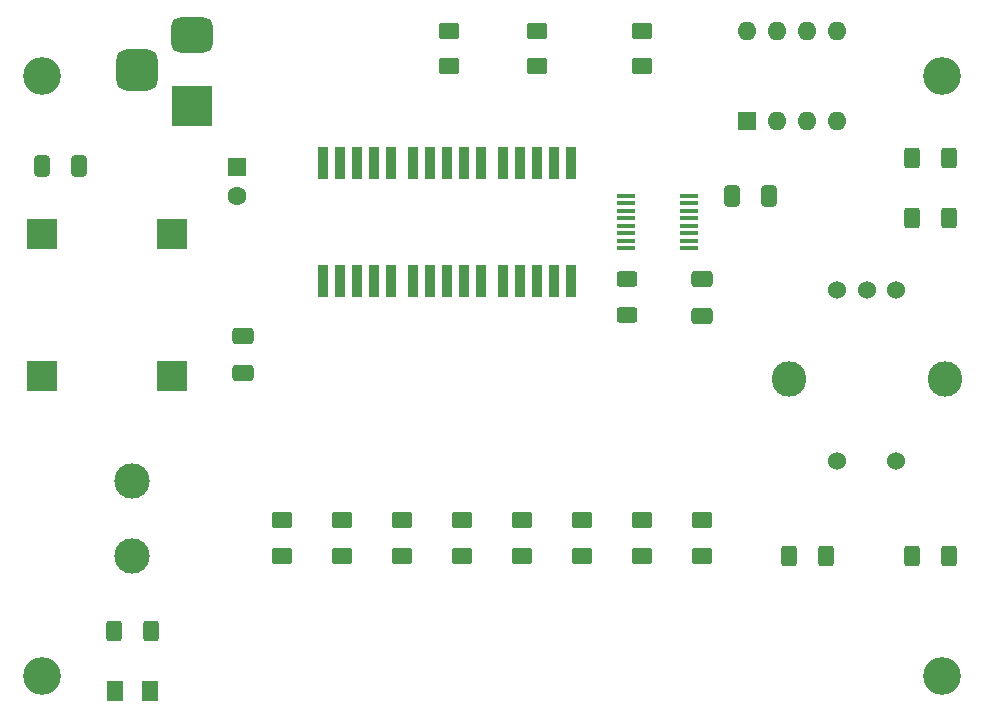
<source format=gbr>
%TF.GenerationSoftware,KiCad,Pcbnew,7.0.5*%
%TF.CreationDate,2023-06-05T17:05:26-05:00*%
%TF.ProjectId,byte,62797465-2e6b-4696-9361-645f70636258,B*%
%TF.SameCoordinates,Original*%
%TF.FileFunction,Soldermask,Top*%
%TF.FilePolarity,Negative*%
%FSLAX46Y46*%
G04 Gerber Fmt 4.6, Leading zero omitted, Abs format (unit mm)*
G04 Created by KiCad (PCBNEW 7.0.5) date 2023-06-05 17:05:26*
%MOMM*%
%LPD*%
G01*
G04 APERTURE LIST*
G04 Aperture macros list*
%AMRoundRect*
0 Rectangle with rounded corners*
0 $1 Rounding radius*
0 $2 $3 $4 $5 $6 $7 $8 $9 X,Y pos of 4 corners*
0 Add a 4 corners polygon primitive as box body*
4,1,4,$2,$3,$4,$5,$6,$7,$8,$9,$2,$3,0*
0 Add four circle primitives for the rounded corners*
1,1,$1+$1,$2,$3*
1,1,$1+$1,$4,$5*
1,1,$1+$1,$6,$7*
1,1,$1+$1,$8,$9*
0 Add four rect primitives between the rounded corners*
20,1,$1+$1,$2,$3,$4,$5,0*
20,1,$1+$1,$4,$5,$6,$7,0*
20,1,$1+$1,$6,$7,$8,$9,0*
20,1,$1+$1,$8,$9,$2,$3,0*%
G04 Aperture macros list end*
%ADD10R,2.500000X2.500000*%
%ADD11RoundRect,0.250000X0.400000X0.625000X-0.400000X0.625000X-0.400000X-0.625000X0.400000X-0.625000X0*%
%ADD12C,1.524000*%
%ADD13O,2.900000X3.000000*%
%ADD14RoundRect,0.250001X0.624999X-0.462499X0.624999X0.462499X-0.624999X0.462499X-0.624999X-0.462499X0*%
%ADD15C,3.000000*%
%ADD16C,3.200000*%
%ADD17RoundRect,0.250001X-0.624999X0.462499X-0.624999X-0.462499X0.624999X-0.462499X0.624999X0.462499X0*%
%ADD18R,3.500000X3.500000*%
%ADD19RoundRect,0.750000X-1.000000X0.750000X-1.000000X-0.750000X1.000000X-0.750000X1.000000X0.750000X0*%
%ADD20RoundRect,0.875000X-0.875000X0.875000X-0.875000X-0.875000X0.875000X-0.875000X0.875000X0.875000X0*%
%ADD21RoundRect,0.250000X-0.625000X0.400000X-0.625000X-0.400000X0.625000X-0.400000X0.625000X0.400000X0*%
%ADD22RoundRect,0.250000X-0.412500X-0.650000X0.412500X-0.650000X0.412500X0.650000X-0.412500X0.650000X0*%
%ADD23RoundRect,0.250000X0.650000X-0.412500X0.650000X0.412500X-0.650000X0.412500X-0.650000X-0.412500X0*%
%ADD24R,0.900000X2.800000*%
%ADD25R,1.600000X1.600000*%
%ADD26C,1.600000*%
%ADD27RoundRect,0.250000X-0.400000X-0.625000X0.400000X-0.625000X0.400000X0.625000X-0.400000X0.625000X0*%
%ADD28O,1.600000X1.600000*%
%ADD29RoundRect,0.250001X-0.462499X-0.624999X0.462499X-0.624999X0.462499X0.624999X-0.462499X0.624999X0*%
%ADD30RoundRect,0.250000X-0.650000X0.412500X-0.650000X-0.412500X0.650000X-0.412500X0.650000X0.412500X0*%
%ADD31R,1.600000X0.410000*%
G04 APERTURE END LIST*
D10*
%TO.C,PS1*%
X72390000Y-68010000D03*
X83390000Y-68010000D03*
X83390000Y-80010000D03*
X72390000Y-80010000D03*
%TD*%
D11*
%TO.C,R6*%
X138710000Y-95250000D03*
X135610000Y-95250000D03*
%TD*%
D12*
%TO.C,SW1*%
X144700000Y-72760000D03*
X139700000Y-72760000D03*
X142200000Y-72760000D03*
X144700000Y-87260000D03*
X139700000Y-87260000D03*
D13*
X148800000Y-80260000D03*
X135600000Y-80260000D03*
%TD*%
D11*
%TO.C,R2*%
X149150000Y-61595000D03*
X146050000Y-61595000D03*
%TD*%
D14*
%TO.C,D2*%
X123190000Y-95250000D03*
X123190000Y-92275000D03*
%TD*%
D15*
%TO.C,TP1*%
X80010000Y-88900000D03*
%TD*%
D16*
%TO.C,REF\u002A\u002A*%
X72390000Y-54610000D03*
%TD*%
D14*
%TO.C,D8*%
X92710000Y-95250000D03*
X92710000Y-92275000D03*
%TD*%
%TO.C,D1*%
X128270000Y-95250000D03*
X128270000Y-92275000D03*
%TD*%
D17*
%TO.C,D13*%
X106815000Y-50800000D03*
X106815000Y-53775000D03*
%TD*%
D11*
%TO.C,R4*%
X149150000Y-66675000D03*
X146050000Y-66675000D03*
%TD*%
%TO.C,R5*%
X149150000Y-95250000D03*
X146050000Y-95250000D03*
%TD*%
D18*
%TO.C,J1*%
X85090000Y-57150000D03*
D19*
X85090000Y-51150000D03*
D20*
X80390000Y-54150000D03*
%TD*%
D21*
%TO.C,R3*%
X121920000Y-71819500D03*
X121920000Y-74919500D03*
%TD*%
D22*
%TO.C,C2*%
X72390000Y-62230000D03*
X75515000Y-62230000D03*
%TD*%
D23*
%TO.C,C3*%
X89408000Y-79756000D03*
X89408000Y-76631000D03*
%TD*%
D16*
%TO.C,REF\u002A\u002A*%
X148590000Y-105410000D03*
%TD*%
D24*
%TO.C,D11*%
X103800000Y-72019500D03*
X105240000Y-72019500D03*
X106680000Y-72019500D03*
X108120000Y-72019500D03*
X109560000Y-72019500D03*
X109560000Y-62019500D03*
X108120000Y-62019500D03*
X106680000Y-62019500D03*
X105240000Y-62019500D03*
X103800000Y-62019500D03*
%TD*%
D16*
%TO.C,REF\u002A\u002A*%
X72390000Y-105410000D03*
%TD*%
D17*
%TO.C,D15*%
X123190000Y-50800000D03*
X123190000Y-53775000D03*
%TD*%
D22*
%TO.C,C6*%
X130810000Y-64770000D03*
X133935000Y-64770000D03*
%TD*%
D15*
%TO.C,TP2*%
X80010000Y-95250000D03*
%TD*%
D14*
%TO.C,D3*%
X118110000Y-95250000D03*
X118110000Y-92275000D03*
%TD*%
%TO.C,D6*%
X102870000Y-95250000D03*
X102870000Y-92275000D03*
%TD*%
D16*
%TO.C,REF\u002A\u002A*%
X148590000Y-54610000D03*
%TD*%
D24*
%TO.C,D12*%
X111420000Y-72017500D03*
X112860000Y-72017500D03*
X114300000Y-72017500D03*
X115740000Y-72017500D03*
X117180000Y-72017500D03*
X117180000Y-62017500D03*
X115740000Y-62017500D03*
X114300000Y-62017500D03*
X112860000Y-62017500D03*
X111420000Y-62017500D03*
%TD*%
D14*
%TO.C,D5*%
X107950000Y-95250000D03*
X107950000Y-92275000D03*
%TD*%
D25*
%TO.C,C1*%
X88900000Y-62329861D03*
D26*
X88900000Y-64829861D03*
%TD*%
D17*
%TO.C,D14*%
X114300000Y-50800000D03*
X114300000Y-53775000D03*
%TD*%
D27*
%TO.C,R1*%
X78460000Y-101600000D03*
X81560000Y-101600000D03*
%TD*%
D25*
%TO.C,U1*%
X132080000Y-58420000D03*
D28*
X134620000Y-58420000D03*
X137160000Y-58420000D03*
X139700000Y-58420000D03*
X139700000Y-50800000D03*
X137160000Y-50800000D03*
X134620000Y-50800000D03*
X132080000Y-50800000D03*
%TD*%
D24*
%TO.C,D10*%
X96180000Y-72019500D03*
X97620000Y-72019500D03*
X99060000Y-72019500D03*
X100500000Y-72019500D03*
X101940000Y-72019500D03*
X101940000Y-62019500D03*
X100500000Y-62019500D03*
X99060000Y-62019500D03*
X97620000Y-62019500D03*
X96180000Y-62019500D03*
%TD*%
D14*
%TO.C,D7*%
X97790000Y-95250000D03*
X97790000Y-92275000D03*
%TD*%
%TO.C,D4*%
X113030000Y-95250000D03*
X113030000Y-92275000D03*
%TD*%
D29*
%TO.C,D9*%
X78522500Y-106680000D03*
X81497500Y-106680000D03*
%TD*%
D30*
%TO.C,C7*%
X128270000Y-71807000D03*
X128270000Y-74932000D03*
%TD*%
D31*
%TO.C,U3*%
X121805700Y-64797000D03*
X121805700Y-65432000D03*
X121805700Y-66067000D03*
X121805700Y-66702000D03*
X121805700Y-67337000D03*
X121805700Y-67972000D03*
X121805700Y-68607000D03*
X121805700Y-69242000D03*
X127114300Y-69242000D03*
X127114300Y-68607000D03*
X127114300Y-67972000D03*
X127114300Y-67337000D03*
X127114300Y-66702000D03*
X127114300Y-66067000D03*
X127114300Y-65432000D03*
X127114300Y-64797000D03*
%TD*%
M02*

</source>
